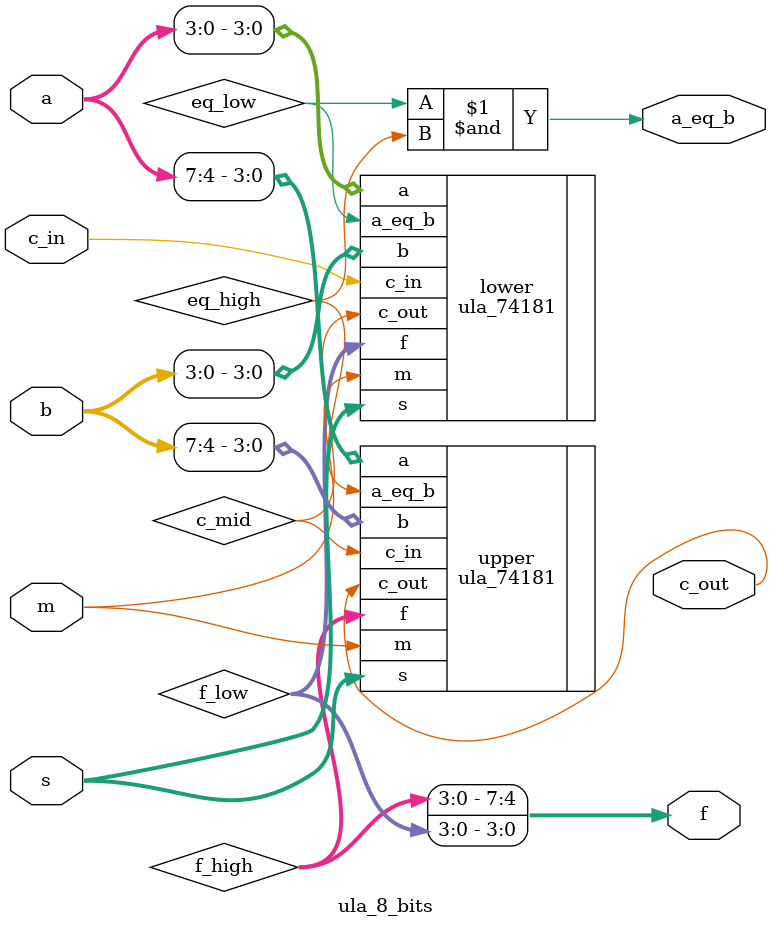
<source format=sv>
`include "ula_74181.sv"

module ula_8_bits (
    input  logic [7:0] a,b,
    input  logic [3:0] s,
    input  logic m, c_in,
    output logic [7:0] f,
    output logic a_eq_b, c_out
);

    logic c_mid;
    logic [3:0] f_low, f_high;
    logic eq_low, eq_high;

    ula_74181 lower (
        .a(a[3:0]),
        .b(b[3:0]),
        .s(s),
        .m(m),
        .c_in(c_in),
        .f(f_low),
        .a_eq_b(eq_low),
        .c_out(c_mid)
    );

    ula_74181 upper (
        .a(a[7:4]),
        .b(b[7:4]),
        .s(s),
        .m(m),
        .c_in(c_mid),
        .f(f_high),
        .a_eq_b(eq_high),
        .c_out(c_out)
    );

    assign f = {f_high, f_low};
    assign a_eq_b = eq_low & eq_high;
endmodule

</source>
